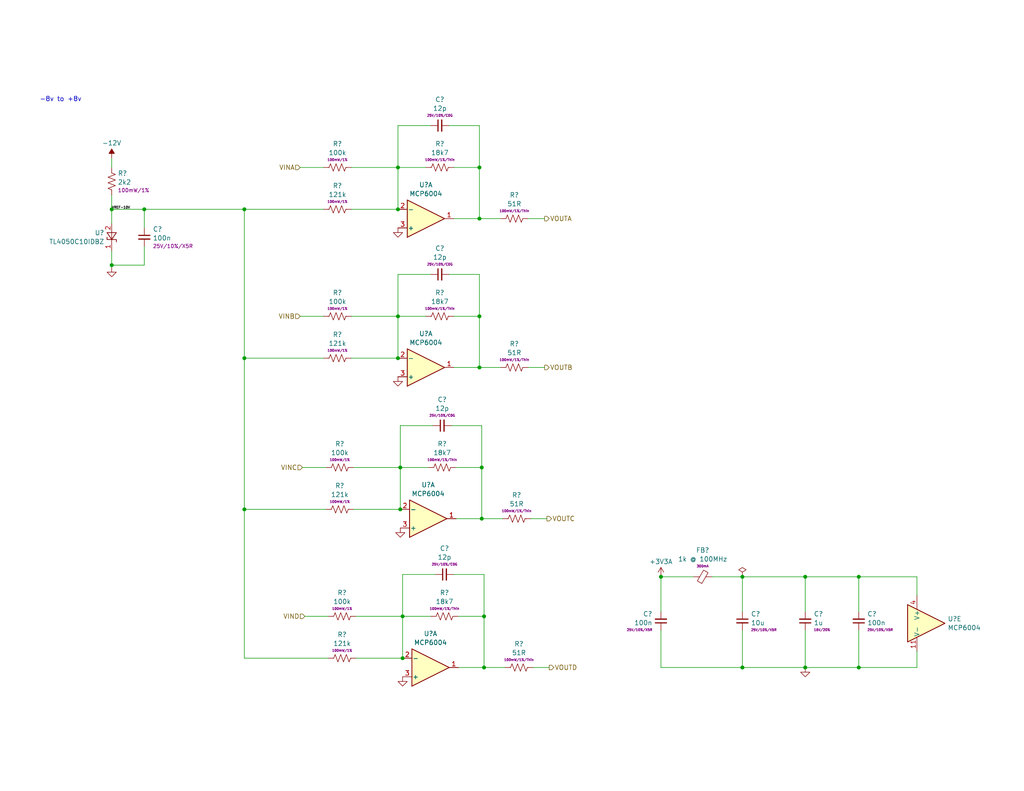
<source format=kicad_sch>
(kicad_sch (version 20230121) (generator eeschema)
  (paper "USLetter")
  (title_block (title "Hubble Motherboard") (date "2021-11-20") (rev "v3") (company "Winterbloom") (comment 1 "Alethea Flowers") (comment 2 "CERN-OHL-P V2") (comment 3 "hubble.wntr.dev"))
  (lib_symbols
    (symbol "Device:C_Small" (pin_numbers hide) (pin_names (offset 0.254) hide)
      (property "Reference" "C" (at 0.254 1.778 0))
      (property "Value" "C_Small" (at 0.254 -2.032 0))
      (symbol "C_Small_0_1"
        (polyline (pts (xy -1.524 -0.508) (xy 1.524 -0.508)) (stroke (width 0.3302)))
        (polyline (pts (xy -1.524 0.508) (xy 1.524 0.508)) (stroke (width 0.3048)))
      )
      (symbol "C_Small_1_1"
        (pin passive line (at 0 2.54 270) (length 2.032) (name "~") (number "1"))
        (pin passive line (at 0 -2.54 90) (length 2.032) (name "~") (number "2"))
      )
    )
    (symbol "Device:FerriteBead_Small" (pin_numbers hide) (pin_names (offset 0))
      (property "Reference" "FB" (at 1.905 1.27 0))
      (property "Value" "FerriteBead_Small" (at 1.905 -1.27 0))
      (symbol "FerriteBead_Small_0_1"
        (polyline (pts (xy 0 -1.27) (xy 0 -0.7874)))
        (polyline (pts (xy 0 0.889) (xy 0 1.2954)))
        (polyline (pts (xy -1.8288 0.2794) (xy -1.1176 1.4986) (xy 1.8288 -0.2032) (xy 1.1176 -1.4224) (xy -1.8288 0.2794)))
      )
      (symbol "FerriteBead_Small_1_1"
        (pin passive line (at 0 2.54 270) (length 1.27) (name "~") (number "1"))
        (pin passive line (at 0 -2.54 90) (length 1.27) (name "~") (number "2"))
      )
    )
    (symbol "Device:R_US" (pin_numbers hide) (pin_names (offset 0))
      (property "Reference" "R" (at 2.54 0 90))
      (property "Value" "R_US" (at -2.54 0 90))
      (symbol "R_US_0_1"
        (polyline (pts (xy 0 -2.286) (xy 0 -2.54)))
        (polyline (pts (xy 0 2.286) (xy 0 2.54)))
        (polyline (pts (xy 0 -0.762) (xy 1.016 -1.143) (xy 0 -1.524) (xy -1.016 -1.905) (xy 0 -2.286)))
        (polyline (pts (xy 0 0.762) (xy 1.016 0.381) (xy 0 0) (xy -1.016 -0.381) (xy 0 -0.762)))
        (polyline (pts (xy 0 2.286) (xy 1.016 1.905) (xy 0 1.524) (xy -1.016 1.143) (xy 0 0.762)))
      )
      (symbol "R_US_1_1"
        (pin passive line (at 0 3.81 270) (length 1.27) (name "~") (number "1"))
        (pin passive line (at 0 -3.81 90) (length 1.27) (name "~") (number "2"))
      )
    )
    (symbol "hubble:+3V3A" (power) (pin_names (offset 0))
      (property "Value" "+3V3A" (at 0 4.1331 0))
      (symbol "+3V3A_0_1"
        (polyline (pts (xy -0.762 1.27) (xy 0 2.54)))
        (polyline (pts (xy 0 0) (xy 0 2.54)))
        (polyline (pts (xy 0 2.54) (xy 0.762 1.27)))
      )
      (symbol "+3V3A_1_1"
        (pin power_in line (at 0 0 90) (length 0) hide (name "+3V3A") (number "1"))
      )
    )
    (symbol "power:-12V" (power) (pin_names (offset 0))
      (property "Value" "-12V" (at 0 3.81 0))
      (symbol "-12V_0_0"
        (pin power_in line (at 0 0 90) (length 0) hide (name "-12V") (number "1"))
      )
      (symbol "-12V_0_1"
        (polyline (pts (xy 0 0) (xy 0 1.27) (xy 0.762 1.27) (xy 0 2.54) (xy -0.762 1.27) (xy 0 1.27)) (fill (type outline)))
      )
    )
    (symbol "power:GND" (power) (pin_names (offset 0))
      (property "Value" "GND" (at 0 -3.81 0))
      (symbol "GND_0_1"
        (polyline (pts (xy 0 0) (xy 0 -1.27) (xy 1.27 -1.27) (xy 0 -2.54) (xy -1.27 -1.27) (xy 0 -1.27)))
      )
      (symbol "GND_1_1"
        (pin power_in line (at 0 0 270) (length 0) hide (name "GND") (number "1"))
      )
    )
    (symbol "power:PWR_FLAG" (power) (pin_numbers hide) (pin_names (offset 0) hide)
      (property "Value" "PWR_FLAG" (at 0 3.81 0))
      (symbol "PWR_FLAG_0_0"
        (pin power_out line (at 0 0 90) (length 0) (name "pwr") (number "1"))
      )
      (symbol "PWR_FLAG_0_1"
        (polyline (pts (xy 0 0) (xy 0 1.27) (xy -1.016 1.905) (xy 0 2.54) (xy 1.016 1.905) (xy 0 1.27)))
      )
    )
    (symbol "winterbloom:LM4040DBZ-10" (pin_names (offset 0.0254) hide)
      (property "Reference" "U1" (at -2.54 1.27 90))
      (property "Value" "LM4040DBZ-10" (at -2.54 -1.27 90))
      (symbol "LM4040DBZ-10_0_0"
        (pin no_connect line (at 0 0 270) (length 2.54) hide (name "NC") (number "3"))
      )
      (symbol "LM4040DBZ-10_0_1"
        (polyline (pts (xy -1.27 0) (xy 0 0) (xy 1.27 0)))
        (polyline (pts (xy -1.27 -1.27) (xy 0.635 0) (xy -1.27 1.27) (xy -1.27 -1.27)) (stroke (width 0.2032)))
        (polyline (pts (xy 0 -1.27) (xy 0.635 -1.27) (xy 0.635 1.27) (xy 1.27 1.27)) (stroke (width 0.2032)))
      )
      (symbol "LM4040DBZ-10_1_1"
        (pin passive line (at 3.81 0 180) (length 2.54) (name "K") (number "1"))
        (pin passive line (at -3.81 0 0) (length 2.54) (name "A") (number "2"))
      )
    )
    (symbol "winterbloom:MCP6004" (pin_names (offset 0.127))
      (property "Reference" "U" (at 0 3.81 0))
      (property "Value" "MCP6004" (at 0 -3.81 0))
      (symbol "MCP6004_1_1"
        (polyline (pts (xy -5.08 5.08) (xy 5.08 0) (xy -5.08 -5.08) (xy -5.08 5.08)) (stroke (width 0.254)) (fill (type background)))
        (pin output line (at 7.62 0 180) (length 2.54) (name "~") (number "1"))
        (pin input line (at -7.62 -2.54 0) (length 2.54) (name "-") (number "2"))
        (pin input line (at -7.62 2.54 0) (length 2.54) (name "+") (number "3"))
      )
      (symbol "MCP6004_2_1"
        (polyline (pts (xy -5.08 5.08) (xy 5.08 0) (xy -5.08 -5.08) (xy -5.08 5.08)) (stroke (width 0.254)) (fill (type background)))
        (pin input line (at -7.62 2.54 0) (length 2.54) (name "+") (number "5"))
        (pin input line (at -7.62 -2.54 0) (length 2.54) (name "-") (number "6"))
        (pin output line (at 7.62 0 180) (length 2.54) (name "~") (number "7"))
      )
      (symbol "MCP6004_3_1"
        (polyline (pts (xy -5.08 5.08) (xy 5.08 0) (xy -5.08 -5.08) (xy -5.08 5.08)) (stroke (width 0.254)) (fill (type background)))
        (pin input line (at -7.62 2.54 0) (length 2.54) (name "+") (number "10"))
        (pin output line (at 7.62 0 180) (length 2.54) (name "~") (number "8"))
        (pin input line (at -7.62 -2.54 0) (length 2.54) (name "-") (number "9"))
      )
      (symbol "MCP6004_4_1"
        (polyline (pts (xy -5.08 5.08) (xy 5.08 0) (xy -5.08 -5.08) (xy -5.08 5.08)) (stroke (width 0.254)) (fill (type background)))
        (pin input line (at -7.62 2.54 0) (length 2.54) (name "+") (number "12"))
        (pin input line (at -7.62 -2.54 0) (length 2.54) (name "-") (number "13"))
        (pin output line (at 7.62 0 180) (length 2.54) (name "~") (number "14"))
      )
      (symbol "MCP6004_5_1"
        (polyline (pts (xy -5.08 5.08) (xy 5.08 0) (xy -5.08 -5.08) (xy -5.08 5.08)) (stroke (width 0.254)) (fill (type background)))
        (pin power_in line (at -2.54 -7.62 90) (length 3.81) (name "V-") (number "11"))
        (pin power_in line (at -2.54 7.62 270) (length 3.81) (name "V+") (number "4"))
      )
    )
  )
  (junction (at 234.315 182.245))
  (junction (at 202.565 157.48))
  (junction (at 202.565 182.245))
  (junction (at 180.34 157.48))
  (junction (at 66.675 139.065))
  (junction (at 108.585 86.36))
  (junction (at 109.22 139.065))
  (junction (at 132.08 168.275))
  (junction (at 219.71 157.48))
  (junction (at 131.445 127.635))
  (junction (at 130.81 100.33))
  (junction (at 130.81 59.69))
  (junction (at 109.855 168.275))
  (junction (at 66.675 97.79))
  (junction (at 39.37 57.15))
  (junction (at 30.48 72.39))
  (junction (at 130.81 86.36))
  (junction (at 219.71 182.245))
  (junction (at 108.585 57.15))
  (junction (at 109.22 127.635))
  (junction (at 108.585 97.79))
  (junction (at 132.08 182.245))
  (junction (at 234.315 157.48))
  (junction (at 130.81 45.72))
  (junction (at 109.855 179.705))
  (junction (at 30.48 57.15))
  (junction (at 66.675 57.15))
  (junction (at 131.445 141.605))
  (junction (at 108.585 45.72))
  (wire (pts (xy 96.52 139.065) (xy 109.22 139.065)))
  (wire (pts (xy 95.885 45.72) (xy 108.585 45.72)))
  (wire (pts (xy 180.34 182.245) (xy 202.565 182.245)))
  (wire (pts (xy 118.745 156.845) (xy 109.855 156.845)))
  (wire (pts (xy 108.585 74.93) (xy 108.585 86.36)))
  (wire (pts (xy 39.37 57.15) (xy 66.675 57.15)))
  (wire (pts (xy 122.555 74.93) (xy 130.81 74.93)))
  (wire (pts (xy 131.445 141.605) (xy 124.46 141.605)))
  (wire (pts (xy 39.37 67.31) (xy 39.37 72.39)))
  (wire (pts (xy 118.11 116.205) (xy 109.22 116.205)))
  (wire (pts (xy 97.155 179.705) (xy 109.855 179.705)))
  (wire (pts (xy 109.22 127.635) (xy 109.22 139.065)))
  (wire (pts (xy 202.565 182.245) (xy 219.71 182.245)))
  (wire (pts (xy 180.34 157.48) (xy 180.34 167.005)))
  (wire (pts (xy 132.08 182.245) (xy 125.095 182.245)))
  (wire (pts (xy 130.81 59.69) (xy 136.525 59.69)))
  (wire (pts (xy 132.08 168.275) (xy 132.08 182.245)))
  (wire (pts (xy 219.71 172.085) (xy 219.71 182.245)))
  (wire (pts (xy 109.22 116.205) (xy 109.22 127.635)))
  (wire (pts (xy 144.145 100.33) (xy 148.59 100.33)))
  (wire (pts (xy 202.565 172.085) (xy 202.565 182.245)))
  (wire (pts (xy 144.78 141.605) (xy 149.225 141.605)))
  (wire (pts (xy 82.55 127.635) (xy 88.9 127.635)))
  (wire (pts (xy 130.81 86.36) (xy 123.825 86.36)))
  (wire (pts (xy 123.19 116.205) (xy 131.445 116.205)))
  (wire (pts (xy 39.37 72.39) (xy 30.48 72.39)))
  (wire (pts (xy 130.81 86.36) (xy 130.81 100.33)))
  (wire (pts (xy 131.445 116.205) (xy 131.445 127.635)))
  (wire (pts (xy 95.885 86.36) (xy 108.585 86.36)))
  (wire (pts (xy 122.555 34.29) (xy 130.81 34.29)))
  (wire (pts (xy 108.585 45.72) (xy 116.205 45.72)))
  (wire (pts (xy 108.585 86.36) (xy 108.585 97.79)))
  (wire (pts (xy 130.81 34.29) (xy 130.81 45.72)))
  (wire (pts (xy 30.48 57.15) (xy 39.37 57.15)))
  (wire (pts (xy 66.675 139.065) (xy 88.9 139.065)))
  (wire (pts (xy 132.08 156.845) (xy 132.08 168.275)))
  (wire (pts (xy 250.19 157.48) (xy 234.315 157.48)))
  (wire (pts (xy 180.34 172.085) (xy 180.34 182.245)))
  (wire (pts (xy 131.445 127.635) (xy 124.46 127.635)))
  (wire (pts (xy 95.885 97.79) (xy 108.585 97.79)))
  (wire (pts (xy 66.675 139.065) (xy 66.675 97.79)))
  (wire (pts (xy 250.19 162.56) (xy 250.19 157.48)))
  (wire (pts (xy 81.915 45.72) (xy 88.265 45.72)))
  (wire (pts (xy 123.825 156.845) (xy 132.08 156.845)))
  (wire (pts (xy 250.19 177.8) (xy 250.19 182.245)))
  (wire (pts (xy 130.81 100.33) (xy 136.525 100.33)))
  (wire (pts (xy 219.71 182.245) (xy 234.315 182.245)))
  (wire (pts (xy 202.565 157.48) (xy 219.71 157.48)))
  (wire (pts (xy 108.585 45.72) (xy 108.585 57.15)))
  (wire (pts (xy 180.34 157.48) (xy 189.23 157.48)))
  (wire (pts (xy 130.81 59.69) (xy 123.825 59.69)))
  (wire (pts (xy 132.08 168.275) (xy 125.095 168.275)))
  (wire (pts (xy 66.675 179.705) (xy 89.535 179.705)))
  (wire (pts (xy 66.675 97.79) (xy 88.265 97.79)))
  (wire (pts (xy 97.155 168.275) (xy 109.855 168.275)))
  (wire (pts (xy 131.445 141.605) (xy 137.16 141.605)))
  (wire (pts (xy 66.675 179.705) (xy 66.675 139.065)))
  (wire (pts (xy 109.855 168.275) (xy 109.855 179.705)))
  (wire (pts (xy 30.48 57.15) (xy 30.48 60.96)))
  (wire (pts (xy 83.185 168.275) (xy 89.535 168.275)))
  (wire (pts (xy 130.81 100.33) (xy 123.825 100.33)))
  (wire (pts (xy 66.675 97.79) (xy 66.675 57.15)))
  (wire (pts (xy 30.48 73.025) (xy 30.48 72.39)))
  (wire (pts (xy 96.52 127.635) (xy 109.22 127.635)))
  (wire (pts (xy 117.475 34.29) (xy 108.585 34.29)))
  (wire (pts (xy 131.445 127.635) (xy 131.445 141.605)))
  (wire (pts (xy 234.315 182.245) (xy 250.19 182.245)))
  (wire (pts (xy 219.71 167.005) (xy 219.71 157.48)))
  (wire (pts (xy 30.48 53.34) (xy 30.48 57.15)))
  (wire (pts (xy 234.315 172.085) (xy 234.315 182.245)))
  (wire (pts (xy 108.585 86.36) (xy 116.205 86.36)))
  (wire (pts (xy 109.855 156.845) (xy 109.855 168.275)))
  (wire (pts (xy 202.565 157.48) (xy 202.565 167.005)))
  (wire (pts (xy 130.81 45.72) (xy 130.81 59.69)))
  (wire (pts (xy 30.48 68.58) (xy 30.48 72.39)))
  (wire (pts (xy 109.855 168.275) (xy 117.475 168.275)))
  (wire (pts (xy 234.315 157.48) (xy 234.315 167.005)))
  (wire (pts (xy 30.48 43.18) (xy 30.48 45.72)))
  (wire (pts (xy 108.585 34.29) (xy 108.585 45.72)))
  (wire (pts (xy 145.415 182.245) (xy 149.86 182.245)))
  (wire (pts (xy 194.31 157.48) (xy 202.565 157.48)))
  (wire (pts (xy 39.37 57.15) (xy 39.37 62.23)))
  (wire (pts (xy 81.915 86.36) (xy 88.265 86.36)))
  (wire (pts (xy 219.71 157.48) (xy 234.315 157.48)))
  (wire (pts (xy 117.475 74.93) (xy 108.585 74.93)))
  (wire (pts (xy 109.22 127.635) (xy 116.84 127.635)))
  (wire (pts (xy 130.81 45.72) (xy 123.825 45.72)))
  (wire (pts (xy 144.145 59.69) (xy 148.59 59.69)))
  (wire (pts (xy 132.08 182.245) (xy 137.795 182.245)))
  (wire (pts (xy 95.885 57.15) (xy 108.585 57.15)))
  (wire (pts (xy 66.675 57.15) (xy 88.265 57.15)))
  (wire (pts (xy 130.81 74.93) (xy 130.81 86.36)))
  (text "-8v to +8v" (at 10.795 27.94 0) (effects (font (size 1.27 1.27)) (justify left bottom)))
  (label "VREF-10V" (at 30.48 57.15 0) (effects (font (size 0.64 0.64))))
  (hierarchical_label "VOUTD" (shape output) (at 149.86 182.245 0))
  (hierarchical_label "VIND" (shape input) (at 83.185 168.275 180))
  (hierarchical_label "VINA" (shape input) (at 81.915 45.72 180))
  (hierarchical_label "VOUTB" (shape output) (at 148.59 100.33 0))
  (hierarchical_label "VOUTC" (shape output) (at 149.225 141.605 0))
  (hierarchical_label "VOUTA" (shape output) (at 148.59 59.69 0))
  (hierarchical_label "VINB" (shape input) (at 81.915 86.36 180))
  (hierarchical_label "VINC" (shape input) (at 82.55 127.635 180))
  (symbol (lib_id "power:PWR_FLAG") (at 202.565 157.48 0) (unit 1)
    (property "Reference" "#FLG0501" (effects hide))
    (property "Value" "PWR_FLAG" (effects hide))
    (instances (project "hubble" (path "" (reference "#FLG0501") (unit 1)) (path "" (reference "#FLG0601") (unit 1)) (path "" (reference "#FLG0701") (unit 1))))
  )
  (symbol (lib_id "Device:C_Small") (at 234.315 169.545 180) (unit 1)
    (property "Reference" "C?" (at 236.6391 167.6212 0) (effects (justify right)))
    (property "Value" "100n" (at 236.6391 170.0454 0) (effects (justify right)))
    (property "Footprint" "winterbloom:C_0603_HandSolder" (effects hide))
    (property "Notes" "Bypass" (effects hide))
    (property "Rating" "25V/10%/X5R" (at 236.6391 171.9628 0) (effects (font (size 0.64 0.64)) (justify right)))
    (instances (project "mainboard" (path "" (reference "C?") (unit 1))) (project "hubble" (path "" (reference "C509") (unit 1)) (path "" (reference "C609") (unit 1)) (path "" (reference "C709") (unit 1))))
  )
  (symbol (lib_id "Device:R_US") (at 140.335 59.69 270) (unit 1)
    (property "Reference" "R?" (at 140.335 53.2461 90))
    (property "Value" "51R" (at 140.335 55.6703 90))
    (property "Footprint" "winterbloom:R_0603_HandSolder" (effects hide))
    (property "Rating" "100mW/1%/Thin" (at 140.335 57.5877 90) (effects (font (size 0.64 0.64))))
    (instances (project "board" (path "" (reference "R?") (unit 1)) (path "" (reference "R?") (unit 1))) (project "hubble" (path "" (reference "R505") (unit 1)) (path "" (reference "R605") (unit 1)) (path "" (reference "R705") (unit 1))))
  )
  (symbol (lib_id "Device:R_US") (at 93.345 179.705 270) (unit 1)
    (property "Reference" "R?" (at 93.345 173.2611 90))
    (property "Value" "121k" (at 93.345 175.6853 90))
    (property "Footprint" "winterbloom:R_0603_HandSolder" (effects hide))
    (property "Rating" "100mW/1%" (at 93.345 177.6027 90) (effects (font (size 0.64 0.64))))
    (instances (project "board" (path "" (reference "R?") (unit 1)) (path "" (reference "R?") (unit 1))) (project "hubble" (path "" (reference "R516") (unit 1)) (path "" (reference "R616") (unit 1)) (path "" (reference "R716") (unit 1))))
  )
  (symbol (lib_id "Device:R_US") (at 92.075 86.36 270) (unit 1)
    (property "Reference" "R?" (at 92.075 79.9161 90))
    (property "Value" "100k" (at 92.075 82.3403 90))
    (property "Footprint" "winterbloom:R_0603_HandSolder" (effects hide))
    (property "Rating" "100mW/1%" (at 92.075 84.2577 90) (effects (font (size 0.64 0.64))))
    (instances (project "board" (path "" (reference "R?") (unit 1)) (path "" (reference "R?") (unit 1))) (project "hubble" (path "" (reference "R506") (unit 1)) (path "" (reference "R606") (unit 1)) (path "" (reference "R706") (unit 1))))
  )
  (symbol (lib_id "power:GND") (at 30.48 73.025 0) (unit 1)
    (property "Reference" "#PWR0503" (effects hide))
    (property "Value" "GND" (effects hide))
    (instances (project "hubble" (path "" (reference "#PWR0503") (unit 1)) (path "" (reference "#PWR0603") (unit 1)) (path "" (reference "#PWR0703") (unit 1))))
  )
  (symbol (lib_id "winterbloom:MCP6004") (at 116.205 59.69 0) (mirror x) (unit 1)
    (property "Reference" "U?" (at 116.205 50.4657 0))
    (property "Value" "MCP6004" (at 116.205 52.8899 0))
    (property "Footprint" "Package_SO:TSSOP-14_4.4x5mm_P0.65mm" (effects hide))
    (property "Datasheet" "http://datasheet.octopart.com/MCP6001T-I/OT-Microchip-datasheet-8823409.pdf" (effects hide))
    (property "MPN" "MCP6004T-I/ST, MCP6004T-E/ST" (effects hide))
    (instances (project "mainboard" (path "" (reference "U?") (unit 1))) (project "hubble" (path "" (reference "U501") (unit 1)) (path "" (reference "U601") (unit 1)) (path "" (reference "U701") (unit 1))))
  )
  (symbol (lib_id "Device:C_Small") (at 202.565 169.545 0) (unit 1)
    (property "Reference" "C?" (at 204.8891 167.6339 0) (effects (justify left)))
    (property "Value" "10u" (at 204.8891 170.0581 0) (effects (justify left)))
    (property "Footprint" "winterbloom:C_0805_HandSolder" (effects hide))
    (property "Notes" "Bulk/bypass" (effects hide))
    (property "Rating" "25V/10%/X5R" (at 204.8891 171.9755 0) (effects (font (size 0.64 0.64)) (justify left)))
    (property "MPN" "GRM21BR61E106KA73K" (effects hide))
    (instances (project "board" (path "" (reference "C?") (unit 1))) (project "mainboard" (path "" (reference "C?") (unit 1))) (project "hubble" (path "" (reference "C507") (unit 1)) (path "" (reference "C607") (unit 1)) (path "" (reference "C707") (unit 1))))
  )
  (symbol (lib_id "Device:R_US") (at 92.71 127.635 270) (unit 1)
    (property "Reference" "R?" (at 92.71 121.1911 90))
    (property "Value" "100k" (at 92.71 123.6153 90))
    (property "Footprint" "winterbloom:R_0603_HandSolder" (effects hide))
    (property "Rating" "100mW/1%" (at 92.71 125.5327 90) (effects (font (size 0.64 0.64))))
    (instances (project "board" (path "" (reference "R?") (unit 1)) (path "" (reference "R?") (unit 1))) (project "hubble" (path "" (reference "R510") (unit 1)) (path "" (reference "R610") (unit 1)) (path "" (reference "R710") (unit 1))))
  )
  (symbol (lib_id "Device:R_US") (at 140.335 100.33 270) (unit 1)
    (property "Reference" "R?" (at 140.335 93.8861 90))
    (property "Value" "51R" (at 140.335 96.3103 90))
    (property "Footprint" "winterbloom:R_0603_HandSolder" (effects hide))
    (property "Rating" "100mW/1%/Thin" (at 140.335 98.2277 90) (effects (font (size 0.64 0.64))))
    (instances (project "board" (path "" (reference "R?") (unit 1)) (path "" (reference "R?") (unit 1))) (project "hubble" (path "" (reference "R509") (unit 1)) (path "" (reference "R609") (unit 1)) (path "" (reference "R709") (unit 1))))
  )
  (symbol (lib_id "winterbloom:MCP6004") (at 116.84 141.605 0) (mirror x) (unit 1)
    (property "Reference" "U?" (at 116.84 132.3807 0))
    (property "Value" "MCP6004" (at 116.84 134.8049 0))
    (property "Footprint" "Package_SO:TSSOP-14_4.4x5mm_P0.65mm" (effects hide))
    (property "Datasheet" "http://datasheet.octopart.com/MCP6001T-I/OT-Microchip-datasheet-8823409.pdf" (effects hide))
    (property "MPN" "MCP6004T-I/ST, MCP6004T-E/ST" (effects hide))
    (instances (project "mainboard" (path "" (reference "U?") (unit 1))) (project "hubble" (path "" (reference "U501") (unit 3)) (path "" (reference "U601") (unit 3)) (path "" (reference "U701") (unit 3))))
  )
  (symbol (lib_id "winterbloom:LM4040DBZ-10") (at 30.48 64.77 270) (unit 1)
    (property "Reference" "U?" (at 28.4734 63.5579 90) (effects (justify right)))
    (property "Value" "TL4050C10IDBZ" (at 28.4734 65.9821 90) (effects (justify right)))
    (property "Footprint" "Package_TO_SOT_SMD:SOT-23" (effects hide))
    (property "Datasheet" "https://www.ti.com/lit/ds/symlink/tl4050c.pdf?HQS=dis-dk-null-digikeymode-dsf-pf-null-wwe" (effects hide))
    (property "MPN" "TL4050C10IDBZ" (effects hide))
    (instances (project "mainboard" (path "" (reference "U?") (unit 1))) (project "hubble" (path "" (reference "U502") (unit 1)) (path "" (reference "U602") (unit 1)) (path "" (reference "U702") (unit 1))))
  )
  (symbol (lib_id "Device:R_US") (at 120.65 127.635 270) (unit 1)
    (property "Reference" "R?" (at 120.65 121.1911 90))
    (property "Value" "18k7" (at 120.65 123.6153 90))
    (property "Footprint" "winterbloom:R_0603_HandSolder" (effects hide))
    (property "Rating" "100mW/1%/Thin" (at 120.65 125.5327 90) (effects (font (size 0.64 0.64))))
    (instances (project "board" (path "" (reference "R?") (unit 1)) (path "" (reference "R?") (unit 1))) (project "hubble" (path "" (reference "R511") (unit 1)) (path "" (reference "R611") (unit 1)) (path "" (reference "R711") (unit 1))))
  )
  (symbol (lib_id "Device:C_Small") (at 120.015 74.93 90) (unit 1)
    (property "Reference" "C?" (at 120.0213 67.813 90))
    (property "Value" "12p" (at 120.0213 70.2372 90))
    (property "Footprint" "winterbloom:C_0603_HandSolder" (effects hide))
    (property "Notes" "Audio path" (effects hide))
    (property "Rating" "25V/10%/C0G" (at 120.0213 72.1546 90) (effects (font (size 0.64 0.64))))
    (property "MPN" "CC0603JPNPO9BN120" (effects hide))
    (instances (project "board" (path "" (reference "C?") (unit 1)) (path "" (reference "C?") (unit 1))) (project "hubble" (path "" (reference "C503") (unit 1)) (path "" (reference "C603") (unit 1)) (path "" (reference "C703") (unit 1))))
  )
  (symbol (lib_id "Device:C_Small") (at 120.65 116.205 90) (unit 1)
    (property "Reference" "C?" (at 120.6563 109.088 90))
    (property "Value" "12p" (at 120.6563 111.5122 90))
    (property "Footprint" "winterbloom:C_0603_HandSolder" (effects hide))
    (property "Notes" "Audio path" (effects hide))
    (property "Rating" "25V/10%/C0G" (at 120.6563 113.4296 90) (effects (font (size 0.64 0.64))))
    (property "MPN" "CC0603JPNPO9BN120" (effects hide))
    (instances (project "board" (path "" (reference "C?") (unit 1)) (path "" (reference "C?") (unit 1))) (project "hubble" (path "" (reference "C504") (unit 1)) (path "" (reference "C604") (unit 1)) (path "" (reference "C704") (unit 1))))
  )
  (symbol (lib_id "Device:R_US") (at 141.605 182.245 270) (unit 1)
    (property "Reference" "R?" (at 141.605 175.8011 90))
    (property "Value" "51R" (at 141.605 178.2253 90))
    (property "Footprint" "winterbloom:R_0603_HandSolder" (effects hide))
    (property "Rating" "100mW/1%/Thin" (at 141.605 180.1427 90) (effects (font (size 0.64 0.64))))
    (instances (project "board" (path "" (reference "R?") (unit 1)) (path "" (reference "R?") (unit 1))) (project "hubble" (path "" (reference "R517") (unit 1)) (path "" (reference "R617") (unit 1)) (path "" (reference "R717") (unit 1))))
  )
  (symbol (lib_id "Device:C_Small") (at 120.015 34.29 90) (unit 1)
    (property "Reference" "C?" (at 120.0213 27.173 90))
    (property "Value" "12p" (at 120.0213 29.5972 90))
    (property "Footprint" "winterbloom:C_0603_HandSolder" (effects hide))
    (property "Notes" "Audio path" (effects hide))
    (property "Rating" "25V/10%/C0G" (at 120.0213 31.5146 90) (effects (font (size 0.64 0.64))))
    (property "MPN" "CC0603JPNPO9BN120" (effects hide))
    (instances (project "board" (path "" (reference "C?") (unit 1)) (path "" (reference "C?") (unit 1))) (project "hubble" (path "" (reference "C501") (unit 1)) (path "" (reference "C601") (unit 1)) (path "" (reference "C701") (unit 1))))
  )
  (symbol (lib_id "Device:R_US") (at 92.71 139.065 270) (unit 1)
    (property "Reference" "R?" (at 92.71 132.6211 90))
    (property "Value" "121k" (at 92.71 135.0453 90))
    (property "Footprint" "winterbloom:R_0603_HandSolder" (effects hide))
    (property "Rating" "100mW/1%" (at 92.71 136.9627 90) (effects (font (size 0.64 0.64))))
    (instances (project "board" (path "" (reference "R?") (unit 1)) (path "" (reference "R?") (unit 1))) (project "hubble" (path "" (reference "R512") (unit 1)) (path "" (reference "R612") (unit 1)) (path "" (reference "R712") (unit 1))))
  )
  (symbol (lib_id "power:GND") (at 109.855 184.785 0) (unit 1)
    (property "Reference" "#PWR0508" (effects hide))
    (property "Value" "GND" (effects hide))
    (instances (project "hubble" (path "" (reference "#PWR0508") (unit 1)) (path "" (reference "#PWR0608") (unit 1)) (path "" (reference "#PWR0708") (unit 1))))
  )
  (symbol (lib_id "winterbloom:MCP6004") (at 116.205 100.33 0) (mirror x) (unit 1)
    (property "Reference" "U?" (at 116.205 91.1057 0))
    (property "Value" "MCP6004" (at 116.205 93.5299 0))
    (property "Footprint" "Package_SO:TSSOP-14_4.4x5mm_P0.65mm" (effects hide))
    (property "Datasheet" "http://datasheet.octopart.com/MCP6001T-I/OT-Microchip-datasheet-8823409.pdf" (effects hide))
    (property "MPN" "MCP6004T-I/ST, MCP6004T-E/ST" (effects hide))
    (instances (project "mainboard" (path "" (reference "U?") (unit 1))) (project "hubble" (path "" (reference "U501") (unit 2)) (path "" (reference "U601") (unit 2)) (path "" (reference "U701") (unit 2))))
  )
  (symbol (lib_id "Device:R_US") (at 120.015 45.72 270) (unit 1)
    (property "Reference" "R?" (at 120.015 39.2761 90))
    (property "Value" "18k7" (at 120.015 41.7003 90))
    (property "Footprint" "winterbloom:R_0603_HandSolder" (effects hide))
    (property "Rating" "100mW/1%/Thin" (at 120.015 43.6177 90) (effects (font (size 0.64 0.64))))
    (instances (project "board" (path "" (reference "R?") (unit 1)) (path "" (reference "R?") (unit 1))) (project "hubble" (path "" (reference "R502") (unit 1)) (path "" (reference "R602") (unit 1)) (path "" (reference "R702") (unit 1))))
  )
  (symbol (lib_id "winterbloom:MCP6004") (at 117.475 182.245 0) (mirror x) (unit 1)
    (property "Reference" "U?" (at 117.475 173.0207 0))
    (property "Value" "MCP6004" (at 117.475 175.4449 0))
    (property "Footprint" "Package_SO:TSSOP-14_4.4x5mm_P0.65mm" (effects hide))
    (property "Datasheet" "http://datasheet.octopart.com/MCP6001T-I/OT-Microchip-datasheet-8823409.pdf" (effects hide))
    (property "MPN" "MCP6004T-I/ST, MCP6004T-E/ST" (effects hide))
    (instances (project "mainboard" (path "" (reference "U?") (unit 1))) (project "hubble" (path "" (reference "U501") (unit 4)) (path "" (reference "U601") (unit 4)) (path "" (reference "U701") (unit 4))))
  )
  (symbol (lib_id "Device:R_US") (at 120.015 86.36 270) (unit 1)
    (property "Reference" "R?" (at 120.015 79.9161 90))
    (property "Value" "18k7" (at 120.015 82.3403 90))
    (property "Footprint" "winterbloom:R_0603_HandSolder" (effects hide))
    (property "Rating" "100mW/1%/Thin" (at 120.015 84.2577 90) (effects (font (size 0.64 0.64))))
    (instances (project "board" (path "" (reference "R?") (unit 1)) (path "" (reference "R?") (unit 1))) (project "hubble" (path "" (reference "R507") (unit 1)) (path "" (reference "R607") (unit 1)) (path "" (reference "R707") (unit 1))))
  )
  (symbol (lib_id "Device:R_US") (at 93.345 168.275 270) (unit 1)
    (property "Reference" "R?" (at 93.345 161.8311 90))
    (property "Value" "100k" (at 93.345 164.2553 90))
    (property "Footprint" "winterbloom:R_0603_HandSolder" (effects hide))
    (property "Rating" "100mW/1%" (at 93.345 166.1727 90) (effects (font (size 0.64 0.64))))
    (instances (project "board" (path "" (reference "R?") (unit 1)) (path "" (reference "R?") (unit 1))) (project "hubble" (path "" (reference "R514") (unit 1)) (path "" (reference "R614") (unit 1)) (path "" (reference "R714") (unit 1))))
  )
  (symbol (lib_id "Device:R_US") (at 92.075 57.15 270) (unit 1)
    (property "Reference" "R?" (at 92.075 50.7061 90))
    (property "Value" "121k" (at 92.075 53.1303 90))
    (property "Footprint" "winterbloom:R_0603_HandSolder" (effects hide))
    (property "Rating" "100mW/1%" (at 92.075 55.0477 90) (effects (font (size 0.64 0.64))))
    (instances (project "board" (path "" (reference "R?") (unit 1)) (path "" (reference "R?") (unit 1))) (project "hubble" (path "" (reference "R504") (unit 1)) (path "" (reference "R604") (unit 1)) (path "" (reference "R704") (unit 1))))
  )
  (symbol (lib_id "hubble:+3V3A") (at 180.34 157.48 0) (unit 1)
    (property "Reference" "#PWR?" (effects hide))
    (property "Value" "+3V3A" (at 180.34 153.3469 0))
    (instances (project "starfish" (path "" (reference "#PWR?") (unit 1))) (project "hubble" (path "" (reference "#PWR0506") (unit 1)) (path "" (reference "#PWR0606") (unit 1)) (path "" (reference "#PWR0706") (unit 1))))
  )
  (symbol (lib_id "Device:C_Small") (at 121.285 156.845 90) (unit 1)
    (property "Reference" "C?" (at 121.2913 149.728 90))
    (property "Value" "12p" (at 121.2913 152.1522 90))
    (property "Footprint" "winterbloom:C_0603_HandSolder" (effects hide))
    (property "Notes" "Audio path" (effects hide))
    (property "Rating" "25V/10%/C0G" (at 121.2913 154.0696 90) (effects (font (size 0.64 0.64))))
    (property "MPN" "CC0603JPNPO9BN120" (effects hide))
    (instances (project "board" (path "" (reference "C?") (unit 1)) (path "" (reference "C?") (unit 1))) (project "hubble" (path "" (reference "C505") (unit 1)) (path "" (reference "C605") (unit 1)) (path "" (reference "C705") (unit 1))))
  )
  (symbol (lib_id "Device:C_Small") (at 39.37 64.77 0) (unit 1)
    (property "Reference" "C?" (at 41.6941 62.5694 0) (effects (justify left)))
    (property "Value" "100n" (at 41.6941 64.9936 0) (effects (justify left)))
    (property "Footprint" "winterbloom:C_0603_HandSolder" (effects hide))
    (property "Notes" "Bypass" (effects hide))
    (property "Rating" "25V/10%/X5R" (at 41.6941 67.2005 0) (effects (font (size 1 1)) (justify left)))
    (instances (project "mainboard" (path "" (reference "C?") (unit 1))) (project "hubble" (path "" (reference "C502") (unit 1)) (path "" (reference "C602") (unit 1)) (path "" (reference "C702") (unit 1))))
  )
  (symbol (lib_id "Device:R_US") (at 121.285 168.275 270) (unit 1)
    (property "Reference" "R?" (at 121.285 161.8311 90))
    (property "Value" "18k7" (at 121.285 164.2553 90))
    (property "Footprint" "winterbloom:R_0603_HandSolder" (effects hide))
    (property "Rating" "100mW/1%/Thin" (at 121.285 166.1727 90) (effects (font (size 0.64 0.64))))
    (instances (project "board" (path "" (reference "R?") (unit 1)) (path "" (reference "R?") (unit 1))) (project "hubble" (path "" (reference "R515") (unit 1)) (path "" (reference "R615") (unit 1)) (path "" (reference "R715") (unit 1))))
  )
  (symbol (lib_id "power:GND") (at 108.585 62.23 0) (unit 1)
    (property "Reference" "#PWR0502" (effects hide))
    (property "Value" "GND" (effects hide))
    (instances (project "hubble" (path "" (reference "#PWR0502") (unit 1)) (path "" (reference "#PWR0602") (unit 1)) (path "" (reference "#PWR0702") (unit 1))))
  )
  (symbol (lib_id "power:-12V") (at 30.48 43.18 0) (unit 1)
    (property "Reference" "#PWR?" (effects hide))
    (property "Value" "-12V" (at 30.48 39.0469 0))
    (instances (project "mainboard" (path "" (reference "#PWR?") (unit 1))) (project "hubble" (path "" (reference "#PWR0501") (unit 1)) (path "" (reference "#PWR0601") (unit 1)) (path "" (reference "#PWR0701") (unit 1))))
  )
  (symbol (lib_id "winterbloom:MCP6004") (at 252.73 170.18 0) (unit 5)
    (property "Reference" "U?" (at 258.572 168.9679 0) (effects (justify left)))
    (property "Value" "MCP6004" (at 258.572 171.3921 0) (effects (justify left)))
    (property "Footprint" "Package_SO:TSSOP-14_4.4x5mm_P0.65mm" (effects hide))
    (property "Datasheet" "http://datasheet.octopart.com/MCP6001T-I/OT-Microchip-datasheet-8823409.pdf" (effects hide))
    (property "MPN" "MCP6004T-I/ST, MCP6004T-E/ST" (effects hide))
    (instances (project "mainboard" (path "" (reference "U?") (unit 5))) (project "hubble" (path "" (reference "U501") (unit 5)) (path "" (reference "U601") (unit 5)) (path "" (reference "U701") (unit 5))))
  )
  (symbol (lib_id "Device:FerriteBead_Small") (at 191.77 157.48 90) (unit 1)
    (property "Reference" "FB?" (at 191.7319 150.2233 90))
    (property "Value" "1k @ 100MHz" (at 191.7319 152.6475 90))
    (property "Footprint" "winterbloom:L_0603_HandSolder" (effects hide))
    (property "Notes" "Power filter" (effects hide))
    (property "Rating" "300mA" (at 191.7319 154.5649 90) (effects (font (size 0.64 0.64))))
    (property "MPN" "BLM18BD121SN1D" (effects hide))
    (instances (project "board" (path "" (reference "FB?") (unit 1))) (project "mainboard" (path "" (reference "FB?") (unit 1))) (project "hubble" (path "" (reference "FB501") (unit 1)) (path "" (reference "FB601") (unit 1)) (path "" (reference "FB701") (unit 1))))
  )
  (symbol (lib_id "power:GND") (at 108.585 102.87 0) (unit 1)
    (property "Reference" "#PWR0504" (effects hide))
    (property "Value" "GND" (effects hide))
    (instances (project "hubble" (path "" (reference "#PWR0504") (unit 1)) (path "" (reference "#PWR0604") (unit 1)) (path "" (reference "#PWR0704") (unit 1))))
  )
  (symbol (lib_id "Device:R_US") (at 92.075 97.79 270) (unit 1)
    (property "Reference" "R?" (at 92.075 91.3461 90))
    (property "Value" "121k" (at 92.075 93.7703 90))
    (property "Footprint" "winterbloom:R_0603_HandSolder" (effects hide))
    (property "Rating" "100mW/1%" (at 92.075 95.6877 90) (effects (font (size 0.64 0.64))))
    (instances (project "board" (path "" (reference "R?") (unit 1)) (path "" (reference "R?") (unit 1))) (project "hubble" (path "" (reference "R508") (unit 1)) (path "" (reference "R608") (unit 1)) (path "" (reference "R708") (unit 1))))
  )
  (symbol (lib_id "Device:R_US") (at 140.97 141.605 270) (unit 1)
    (property "Reference" "R?" (at 140.97 135.1611 90))
    (property "Value" "51R" (at 140.97 137.5853 90))
    (property "Footprint" "winterbloom:R_0603_HandSolder" (effects hide))
    (property "Rating" "100mW/1%/Thin" (at 140.97 139.5027 90) (effects (font (size 0.64 0.64))))
    (instances (project "board" (path "" (reference "R?") (unit 1)) (path "" (reference "R?") (unit 1))) (project "hubble" (path "" (reference "R513") (unit 1)) (path "" (reference "R613") (unit 1)) (path "" (reference "R713") (unit 1))))
  )
  (symbol (lib_id "Device:R_US") (at 92.075 45.72 270) (unit 1)
    (property "Reference" "R?" (at 92.075 39.2761 90))
    (property "Value" "100k" (at 92.075 41.7003 90))
    (property "Footprint" "winterbloom:R_0603_HandSolder" (effects hide))
    (property "Rating" "100mW/1%" (at 92.075 43.6177 90) (effects (font (size 0.64 0.64))))
    (instances (project "board" (path "" (reference "R?") (unit 1)) (path "" (reference "R?") (unit 1))) (project "hubble" (path "" (reference "R501") (unit 1)) (path "" (reference "R601") (unit 1)) (path "" (reference "R701") (unit 1))))
  )
  (symbol (lib_id "Device:C_Small") (at 180.34 169.545 0) (mirror x) (unit 1)
    (property "Reference" "C?" (at 178.0159 167.6212 0) (effects (justify right)))
    (property "Value" "100n" (at 178.0159 170.0454 0) (effects (justify right)))
    (property "Footprint" "winterbloom:C_0603_HandSolder" (effects hide))
    (property "Notes" "Bypass" (effects hide))
    (property "Rating" "25V/10%/X5R" (at 178.0159 171.9628 0) (effects (font (size 0.64 0.64)) (justify right)))
    (instances (project "board" (path "" (reference "C?") (unit 1))) (project "mainboard" (path "" (reference "C?") (unit 1))) (project "VCA" (path "" (reference "C?") (unit 1)) (path "" (reference "C?") (unit 1))) (project "hubble" (path "" (reference "C506") (unit 1)) (path "" (reference "C606") (unit 1)) (path "" (reference "C706") (unit 1))))
  )
  (symbol (lib_id "Device:C_Small") (at 219.71 169.545 180) (unit 1)
    (property "Reference" "C?" (at 222.0341 167.6212 0) (effects (justify right)))
    (property "Value" "1u" (at 222.0341 170.0454 0) (effects (justify right)))
    (property "Footprint" "winterbloom:C_0603_HandSolder" (effects hide))
    (property "Notes" "Bypass" (effects hide))
    (property "Rating" "16V/20%" (at 222.0341 171.9628 0) (effects (font (size 0.64 0.64)) (justify right)))
    (instances (project "mainboard" (path "" (reference "C?") (unit 1))) (project "hubble" (path "" (reference "C508") (unit 1)) (path "" (reference "C608") (unit 1)) (path "" (reference "C708") (unit 1))))
  )
  (symbol (lib_id "power:GND") (at 109.22 144.145 0) (unit 1)
    (property "Reference" "#PWR0505" (effects hide))
    (property "Value" "GND" (effects hide))
    (instances (project "hubble" (path "" (reference "#PWR0505") (unit 1)) (path "" (reference "#PWR0605") (unit 1)) (path "" (reference "#PWR0705") (unit 1))))
  )
  (symbol (lib_id "power:GND") (at 219.71 182.245 0) (unit 1)
    (property "Reference" "#PWR?" (effects hide))
    (property "Value" "GND" (effects hide))
    (instances (project "mainboard" (path "" (reference "#PWR?") (unit 1))) (project "hubble" (path "" (reference "#PWR0507") (unit 1)) (path "" (reference "#PWR0607") (unit 1)) (path "" (reference "#PWR0707") (unit 1))))
  )
  (symbol (lib_id "Device:R_US") (at 30.48 49.53 0) (unit 1)
    (property "Reference" "R?" (at 32.131 47.3231 0) (effects (justify left)))
    (property "Value" "2k2" (at 32.131 49.7473 0) (effects (justify left)))
    (property "Footprint" "winterbloom:R_0603_HandSolder" (effects hide))
    (property "Rating" "100mW/1%" (at 32.131 51.9542 0) (effects (font (size 1 1)) (justify left)))
    (instances (project "mainboard" (path "" (reference "R?") (unit 1))) (project "hubble" (path "" (reference "R503") (unit 1)) (path "" (reference "R603") (unit 1)) (path "" (reference "R703") (unit 1))))
  )
)
</source>
